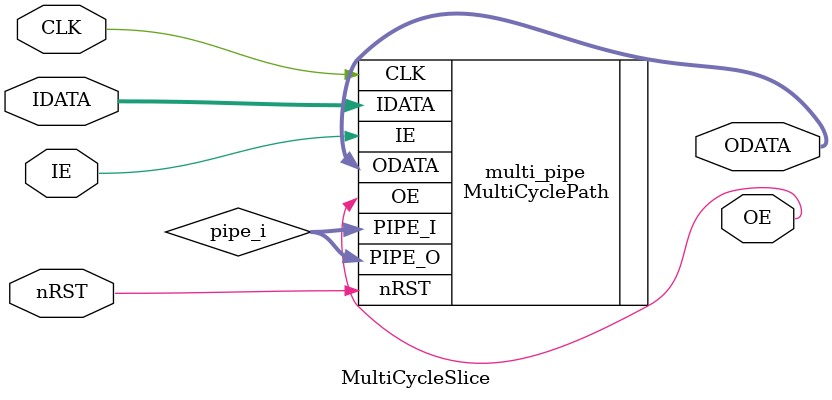
<source format=v>
`ifndef __TESTDRIVE_MULTICYCLE_SLICE_V__
`define __TESTDRIVE_MULTICYCLE_SLICE_V__
`include "testdrive_system.vh"

module MultiCycleSlice #(
	parameter		WIDTH			= 4,				// control width
	parameter		CYCLE			= 2					// must >= 2
) (
	input							CLK,				// clock
	input							nRST,				// reset (active low)
	// control input
	input							IE,					// input enable
	input	[WIDTH-1:0]				IDATA,				// input data
	// control output
	output							OE,					// output enable
	output	[WIDTH-1:0]				ODATA				// output data
);
// synopsys template

// register definition & assignment ------------------------------------------
wire	[(WIDTH*CYCLE)-1:0]	pipe_i;

// implementation ------------------------------------------------------------
MultiCyclePath #(
	.IWIDTH		(WIDTH),
	.OWIDTH		(WIDTH),
	.CYCLE		(CYCLE)
) multi_pipe (
	.CLK		(CLK),
	.nRST		(nRST),
	.IE			(IE),
	.IDATA		(IDATA),
	.PIPE_I		(pipe_i),
	.PIPE_O		(pipe_i),
	.OE			(OE),
	.ODATA		(ODATA)
);

endmodule

`endif//__TESTDRIVE_MULTICYCLE_SLICE_V__

</source>
